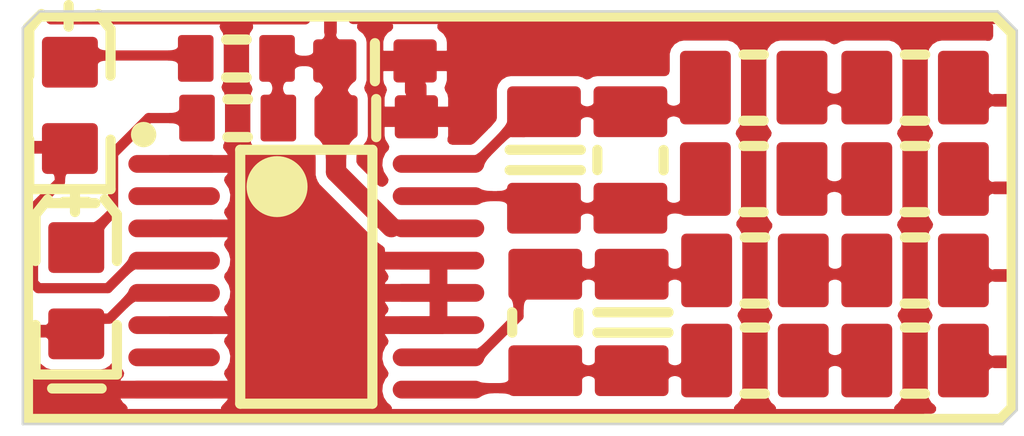
<source format=kicad_pcb>
(kicad_pcb (version 20210126) (generator pcbnew)
  (layers (0 "F.Cu" signal "Top Layer") (31 "B.Cu" signal "Bottom Layer") (34 "B.Paste" user "Bottom Paste") (35 "F.Paste" user "Top Paste") (36 "B.SilkS" user "Bottom Overlay") (37 "F.SilkS" user "Top Overlay") (38 "B.Mask" user "Bottom Solder") (39 "F.Mask" user "Top Solder") (44 "Edge.Cuts" user))
  (net 0 "")
  (net 1 "OUT_VR2")
  (net 2 "OUT_VR1")
  (net 3 "NetR710_1")
  (net 4 "NetR707_1")
  (net 5 "NetR705_1")
  (net 6 "NetR702_1")
  (net 7 "NetD701_1")
  (net 8 "NetD700_1")
  (net 9 "NetC703_2")
  (net 10 "NetC703_1")
  (net 11 "NetC700_2")
  (net 12 "NetC700_1")
  (net 13 "IN_VR2+")
  (net 14 "IN_VR2-")
  (net 15 "IN_VR1+")
  (net 16 "IN_VR1-")
  (net 17 "GND")
  (net 18 "V5")
  (footprint "General.pcblib:Res" (layer "F.Cu") (at 142.926096 101.866102 180)
    (fp_text reference "R700" hide)
    (fp_text value "10k" hide)
    (pad "1" smd roundrect (at -0.800001 0 180) (size 0.7 0.92) (layers "F.Cu" "F.Paste" "F.Mask") (roundrect_rratio 0.1) (net 18 "V5"))
    (pad "2" smd roundrect (at 0.800001 0 180) (size 0.7 0.92) (layers "F.Cu" "F.Paste" "F.Mask") (roundrect_rratio 0.1) (net 8 "NetD700_1"))
  )
  (footprint "General.pcblib:Res" (layer "F.Cu") (at 142.951095 103.0411 180)
    (fp_text reference "R701" hide)
    (fp_text value "10k" hide)
    (pad "1" smd roundrect (at -0.800001 0 180) (size 0.7 0.92) (layers "F.Cu" "F.Paste" "F.Mask") (roundrect_rratio 0.1) (net 18 "V5"))
    (pad "2" smd roundrect (at 0.800001 0 180) (size 0.7 0.92) (layers "F.Cu" "F.Paste" "F.Mask") (roundrect_rratio 0.1) (net 7 "NetD701_1"))
  )
  (footprint "General.pcblib:LED" (layer "F.Cu") (at 139.726098 106.391081 90)
    (fp_text reference "D701" hide)
    (fp_text value "0603-White" hide)
    (pad "1" smd roundrect (at 0.799998 0.050002 270) (size 1 1.1) (layers "F.Cu" "F.Paste" "F.Mask") (roundrect_rratio 0.1) (net 7 "NetD701_1"))
    (pad "2" smd roundrect (at -0.900001 0.050002 270) (size 1 1.1) (layers "F.Cu" "F.Paste" "F.Mask") (roundrect_rratio 0.1) (net 1 "OUT_VR2"))
  )
  (footprint "General.pcblib:Res" (layer "F.Cu") (at 153.101105 104.24108)
    (fp_text reference "R703" hide)
    (fp_text value "5.1k" hide)
    (pad "1" smd roundrect (at -0.95 0) (size 1 1.45) (layers "F.Cu" "F.Paste" "F.Mask") (roundrect_rratio 0.1) (net 12 "NetC700_1"))
    (pad "2" smd roundrect (at 0.950021 0) (size 1 1.45) (layers "F.Cu" "F.Paste" "F.Mask") (roundrect_rratio 0.1) (net 6 "NetR702_1"))
  )
  (footprint "General.pcblib:Cap" (layer "F.Cu") (at 145.651095 101.9161)
    (fp_text reference "C701" hide)
    (fp_text value "10u" hide)
    (pad "1" smd roundrect (at -0.790001 0) (size 0.85 0.85) (layers "F.Cu" "F.Paste" "F.Mask") (roundrect_rratio 0.1) (net 18 "V5"))
    (pad "2" smd roundrect (at 0.790001 0) (size 0.85 0.85) (layers "F.Cu" "F.Paste" "F.Mask") (roundrect_rratio 0.1) (net 17 "GND"))
  )
  (footprint "General.pcblib:Res" (layer "F.Cu") (at 153.101105 102.441076)
    (fp_text reference "R706" hide)
    (fp_text value "5.1k" hide)
    (pad "1" smd roundrect (at -0.95 0) (size 1 1.45) (layers "F.Cu" "F.Paste" "F.Mask") (roundrect_rratio 0.1) (net 11 "NetC700_2"))
    (pad "2" smd roundrect (at 0.950021 0) (size 1 1.45) (layers "F.Cu" "F.Paste" "F.Mask") (roundrect_rratio 0.1) (net 5 "NetR705_1"))
  )
  (footprint "General.pcblib:Res" (layer "F.Cu") (at 153.126104 107.816087)
    (fp_text reference "R708" hide)
    (fp_text value "5.1k" hide)
    (pad "1" smd roundrect (at -0.950001 0) (size 1 1.45) (layers "F.Cu" "F.Paste" "F.Mask") (roundrect_rratio 0.1) (net 10 "NetC703_1"))
    (pad "2" smd roundrect (at 0.950021 0) (size 1 1.45) (layers "F.Cu" "F.Paste" "F.Mask") (roundrect_rratio 0.1) (net 4 "NetR707_1"))
  )
  (footprint "General.pcblib:Res" (layer "F.Cu") (at 149.001106 107.066091 90)
    (fp_text reference "R709" hide)
    (fp_text value "5.1k" hide)
    (pad "1" smd roundrect (at -0.950001 0 90) (size 1 1.45) (layers "F.Cu" "F.Paste" "F.Mask") (roundrect_rratio 0.1) (net 10 "NetC703_1"))
    (pad "2" smd roundrect (at 0.950021 0 90) (size 1 1.45) (layers "F.Cu" "F.Paste" "F.Mask") (roundrect_rratio 0.1) (net 9 "NetC703_2"))
  )
  (footprint "General.pcblib:Res" (layer "F.Cu") (at 156.276105 104.24108)
    (fp_text reference "R702" hide)
    (fp_text value "5.1k" hide)
    (pad "1" smd roundrect (at -0.95 0) (size 1 1.45) (layers "F.Cu" "F.Paste" "F.Mask") (roundrect_rratio 0.1) (net 6 "NetR702_1"))
    (pad "2" smd roundrect (at 0.950021 0) (size 1 1.45) (layers "F.Cu" "F.Paste" "F.Mask") (roundrect_rratio 0.1) (net 15 "IN_VR1+"))
  )
  (footprint "General.pcblib:Cap" (layer "F.Cu") (at 145.676096 103.0161)
    (fp_text reference "C702" hide)
    (fp_text value "100n" hide)
    (pad "1" smd roundrect (at -0.790001 0) (size 0.85 0.85) (layers "F.Cu" "F.Paste" "F.Mask") (roundrect_rratio 0.1) (net 18 "V5"))
    (pad "2" smd roundrect (at 0.790001 0) (size 0.85 0.85) (layers "F.Cu" "F.Paste" "F.Mask") (roundrect_rratio 0.1) (net 17 "GND"))
  )
  (footprint "General.pcblib:Res" (layer "F.Cu") (at 156.276105 106.041084)
    (fp_text reference "R710" hide)
    (fp_text value "5.1k" hide)
    (pad "1" smd roundrect (at -0.95 0) (size 1 1.45) (layers "F.Cu" "F.Paste" "F.Mask") (roundrect_rratio 0.1) (net 3 "NetR710_1"))
    (pad "2" smd roundrect (at 0.950021 0) (size 1 1.45) (layers "F.Cu" "F.Paste" "F.Mask") (roundrect_rratio 0.1) (net 13 "IN_VR2+"))
  )
  (footprint "General.pcblib:Cap" (layer "F.Cu") (at 148.976105 103.86609 90)
    (fp_text reference "C700" hide)
    (fp_text value "1n" hide)
    (pad "1" smd roundrect (at -0.950001 0 90) (size 1 1.45) (layers "F.Cu" "F.Paste" "F.Mask") (roundrect_rratio 0.1) (net 12 "NetC700_1"))
    (pad "2" smd roundrect (at 0.950021 0 90) (size 1 1.45) (layers "F.Cu" "F.Paste" "F.Mask") (roundrect_rratio 0.1) (net 11 "NetC700_2"))
  )
  (footprint "General.pcblib:Cap" (layer "F.Cu") (at 150.701105 107.066091 90)
    (fp_text reference "C703" hide)
    (fp_text value "1n" hide)
    (pad "1" smd roundrect (at -0.950001 0 90) (size 1 1.45) (layers "F.Cu" "F.Paste" "F.Mask") (roundrect_rratio 0.1) (net 10 "NetC703_1"))
    (pad "2" smd roundrect (at 0.950021 0 90) (size 1 1.45) (layers "F.Cu" "F.Paste" "F.Mask") (roundrect_rratio 0.1) (net 9 "NetC703_2"))
  )
  (footprint "General.pcblib:LED" (layer "F.Cu") (at 139.601097 102.741081 90)
    (fp_text reference "D700" hide)
    (fp_text value "0603-White" hide)
    (pad "1" smd roundrect (at 0.799999 0.050003 270) (size 1 1.1) (layers "F.Cu" "F.Paste" "F.Mask") (roundrect_rratio 0.1) (net 8 "NetD700_1"))
    (pad "2" smd roundrect (at -0.900001 0.050003 270) (size 1 1.1) (layers "F.Cu" "F.Paste" "F.Mask") (roundrect_rratio 0.1) (net 2 "OUT_VR1"))
  )
  (footprint "General.pcblib:Res" (layer "F.Cu") (at 156.276105 102.441076)
    (fp_text reference "R705" hide)
    (fp_text value "5.1k" hide)
    (pad "1" smd roundrect (at -0.95 0) (size 1 1.45) (layers "F.Cu" "F.Paste" "F.Mask") (roundrect_rratio 0.1) (net 5 "NetR705_1"))
    (pad "2" smd roundrect (at 0.950021 0) (size 1 1.45) (layers "F.Cu" "F.Paste" "F.Mask") (roundrect_rratio 0.1) (net 16 "IN_VR1-"))
  )
  (footprint "General.pcblib:Res" (layer "F.Cu") (at 156.276105 107.816087)
    (fp_text reference "R707" hide)
    (fp_text value "5.1k" hide)
    (pad "1" smd roundrect (at -0.95 0) (size 1 1.45) (layers "F.Cu" "F.Paste" "F.Mask") (roundrect_rratio 0.1) (net 4 "NetR707_1"))
    (pad "2" smd roundrect (at 0.950021 0) (size 1 1.45) (layers "F.Cu" "F.Paste" "F.Mask") (roundrect_rratio 0.1) (net 14 "IN_VR2-"))
  )
  (footprint "IC.PcbLib:MAX9926" (layer "F.Cu") (at 144.301097 106.166098)
    (fp_text reference "U700" hide)
    (fp_text value "MAX9926" hide)
    (pad "1" smd oval (at -2.6 -2.2225 90) (size 0.35 1.8) (layers "F.Cu" "F.Paste" "F.Mask") (net 17 "GND"))
    (pad "2" smd oval (at -2.6 -1.5875 90) (size 0.35 1.8) (layers "F.Cu" "F.Paste" "F.Mask"))
    (pad "3" smd oval (at -2.6 -0.9525 90) (size 0.35 1.8) (layers "F.Cu" "F.Paste" "F.Mask") (net 17 "GND"))
    (pad "4" smd oval (at -2.6 -0.3175 90) (size 0.35 1.8) (layers "F.Cu" "F.Paste" "F.Mask") (net 2 "OUT_VR1"))
    (pad "5" smd oval (at -2.6 0.3175 90) (size 0.35 1.8) (layers "F.Cu" "F.Paste" "F.Mask") (net 1 "OUT_VR2"))
    (pad "6" smd oval (at -2.6 0.9525 90) (size 0.35 1.8) (layers "F.Cu" "F.Paste" "F.Mask") (net 17 "GND"))
    (pad "7" smd oval (at -2.6 1.5875 90) (size 0.35 1.8) (layers "F.Cu" "F.Paste" "F.Mask"))
    (pad "8" smd oval (at -2.6 2.2225 90) (size 0.35 1.8) (layers "F.Cu" "F.Paste" "F.Mask") (net 17 "GND"))
    (pad "9" smd oval (at 2.6 2.2225 90) (size 0.35 1.8) (layers "F.Cu" "F.Paste" "F.Mask") (net 10 "NetC703_1"))
    (pad "10" smd oval (at 2.6 1.5875 90) (size 0.35 1.8) (layers "F.Cu" "F.Paste" "F.Mask") (net 9 "NetC703_2"))
    (pad "11" smd oval (at 2.6 0.9525 90) (size 0.35 1.8) (layers "F.Cu" "F.Paste" "F.Mask") (net 17 "GND"))
    (pad "12" smd oval (at 2.6 0.3175 90) (size 0.35 1.8) (layers "F.Cu" "F.Paste" "F.Mask") (net 17 "GND"))
    (pad "13" smd oval (at 2.6 -0.3175 90) (size 0.35 1.8) (layers "F.Cu" "F.Paste" "F.Mask") (net 17 "GND"))
    (pad "14" smd oval (at 2.6 -0.9525 90) (size 0.35 1.8) (layers "F.Cu" "F.Paste" "F.Mask") (net 18 "V5"))
    (pad "15" smd oval (at 2.6 -1.5875 90) (size 0.35 1.8) (layers "F.Cu" "F.Paste" "F.Mask") (net 12 "NetC700_1"))
    (pad "16" smd oval (at 2.6 -2.2225 90) (size 0.35 1.8) (layers "F.Cu" "F.Paste" "F.Mask") (net 11 "NetC700_2"))
  )
  (footprint "Mod.PcbLib:Mod-Hellen-VR" (layer "F.Cu") (at 138.5261 109.0661)
    (fp_text reference "M700" hide)
    (fp_text value "Module:vr/0.1" hide)
    (pad "E1" smd oval (at 19.449997 -6.375) (size 0.5 0.25) (layers "F.Cu" "F.Paste" "F.Mask") (net 16 "IN_VR1-"))
    (pad "E2" smd oval (at 19.449997 -4.649998) (size 0.5 0.25) (layers "F.Cu" "F.Paste" "F.Mask") (net 15 "IN_VR1+"))
    (pad "E3" smd oval (at 19.449997 -2.924998) (size 0.5 0.25) (layers "F.Cu" "F.Paste" "F.Mask") (net 13 "IN_VR2+"))
    (pad "E4" smd oval (at 19.449997 -1.225) (size 0.5 0.25) (layers "F.Cu" "F.Paste" "F.Mask") (net 14 "IN_VR2-"))
    (pad "G" smd oval (at 0.417772 -0.664012 90) (size 1 0.2) (layers "F.Cu" "F.Paste") (net 17 "GND"))
    (pad "G" smd oval (at 13 -7.975 180) (size 12.8 0.2) (layers "F.Cu" "F.Paste") (net 17 "GND"))
    (pad "G" smd oval (at 9.12718 -0.196649 180) (size 17.6 0.2) (layers "F.Cu" "F.Paste") (net 17 "GND"))
    (pad "G" smd oval (at 3.254578 -7.968506 180) (size 5.2 0.2) (layers "F.Cu" "F.Paste") (net 17 "GND"))
    (pad "N1" smd oval (at 6.249998 -7.85 270) (size 0.5 0.25) (layers "F.Cu" "F.Paste" "F.Mask") (net 18 "V5"))
    (pad "W1" smd oval (at 0.494124 -1.828602 180) (size 0.5 0.25) (layers "F.Cu" "F.Paste" "F.Mask") (net 1 "OUT_VR2"))
    (pad "W2" smd oval (at 0.499996 -5.45 180) (size 0.5 0.25) (layers "F.Cu" "F.Paste" "F.Mask") (net 2 "OUT_VR1"))
  )
  (footprint "General.pcblib:Res" (layer "F.Cu") (at 153.126104 106.041084)
    (fp_text reference "R711" hide)
    (fp_text value "5.1k" hide)
    (pad "1" smd roundrect (at -0.950001 0) (size 1 1.45) (layers "F.Cu" "F.Paste" "F.Mask") (roundrect_rratio 0.1) (net 9 "NetC703_2"))
    (pad "2" smd roundrect (at 0.950021 0) (size 1 1.45) (layers "F.Cu" "F.Paste" "F.Mask") (roundrect_rratio 0.1) (net 3 "NetR710_1"))
  )
  (footprint "General.pcblib:Res" (layer "F.Cu") (at 150.676104 103.86609 90)
    (fp_text reference "R704" hide)
    (fp_text value "5.1k" hide)
    (pad "1" smd roundrect (at -0.950001 0 90) (size 1 1.45) (layers "F.Cu" "F.Paste" "F.Mask") (roundrect_rratio 0.1) (net 12 "NetC700_1"))
    (pad "2" smd roundrect (at 0.950021 0 90) (size 1 1.45) (layers "F.Cu" "F.Paste" "F.Mask") (roundrect_rratio 0.1) (net 11 "NetC700_2"))
  )
  (gr_poly (pts (xy 140.466373 105.067233) (xy 140.425357 105.109633) (xy 140.361039 105.185021) (xy 140.337735 105.21801) (xy 140.320336 105.247863) (xy 140.308842 105.274578) (xy 140.303252 105.298157) (xy 140.303564 105.318599) (xy 140.309782 105.335907) (xy 140.321903 105.350075) (xy 140.01711 105.09528) (xy 140.033504 105.105176) (xy 140.052541 105.109664) (xy 140.07422 105.108739) (xy 140.09854 105.102407) (xy 140.125505 105.090665) (xy 140.155109 105.073515) (xy 140.187357 105.050952) (xy 140.222246 105.022981) (xy 140.299952 104.95081)) (layer "F.Cu") (width 0) (fill solid))
  (gr_poly (pts (xy 154.627254 107.716087) (xy 154.665834 107.715087) (xy 154.70035 107.712087) (xy 154.730807 107.707088) (xy 154.757205 107.700088) (xy 154.77954 107.691086) (xy 154.797815 107.680088) (xy 154.812026 107.667088) (xy 154.822179 107.652087) (xy 154.828272 107.635087) (xy 154.830302 107.616088) (xy 154.830302 108.016087) (xy 154.828272 107.997088) (xy 154.822179 107.980087) (xy 154.812026 107.965086) (xy 154.797815 107.952086) (xy 154.77954 107.941088) (xy 154.757205 107.932087) (xy 154.730807 107.925086) (xy 154.70035 107.920088) (xy 154.665834 107.917088) (xy 154.627254 107.916087)) (layer "F.Cu") (width 0) (fill solid))
  (gr_poly (pts (xy 141.602832 102.9411) (xy 141.641413 102.9401) (xy 141.675929 102.9371) (xy 141.706386 102.932102) (xy 141.732784 102.9251) (xy 141.755118 102.9161) (xy 141.773393 102.9051) (xy 141.787605 102.892102) (xy 141.797757 102.8771) (xy 141.803851 102.8601) (xy 141.80588 102.8411) (xy 141.80588 103.2411) (xy 141.803851 103.2221) (xy 141.797757 103.2051) (xy 141.787605 103.1901) (xy 141.773393 103.1771) (xy 141.755118 103.166102) (xy 141.732784 103.1571) (xy 141.706386 103.1501) (xy 141.675929 103.1451) (xy 141.641413 103.1421) (xy 141.602832 103.1411)) (layer "F.Cu") (width 0) (fill solid))
  (gr_poly (pts (xy 154.627254 102.566088) (xy 154.665834 102.565087) (xy 154.70035 102.562087) (xy 154.730807 102.557088) (xy 154.757205 102.550088) (xy 154.77954 102.541089) (xy 154.797815 102.530088) (xy 154.812026 102.517088) (xy 154.822179 102.502087) (xy 154.828272 102.485087) (xy 154.830302 102.466088) (xy 154.830302 102.866087) (xy 154.828272 102.847088) (xy 154.822179 102.830088) (xy 154.812026 102.815086) (xy 154.797815 102.802087) (xy 154.77954 102.791086) (xy 154.757205 102.782087) (xy 154.730807 102.775086) (xy 154.70035 102.770088) (xy 154.665834 102.767088) (xy 154.627254 102.766087)) (layer "F.Cu") (width 0) (fill solid))
  (gr_poly (pts (xy 141.577834 101.708589) (xy 141.616414 101.707588) (xy 141.65093 101.704588) (xy 141.681387 101.699589) (xy 141.707785 101.692589) (xy 141.73012 101.68359) (xy 141.748395 101.672589) (xy 141.762606 101.65959) (xy 141.772758 101.644588) (xy 141.778852 101.627588) (xy 141.780881 101.608589) (xy 141.780881 102.008588) (xy 141.778852 101.989589) (xy 141.772758 101.972589) (xy 141.762606 101.957587) (xy 141.748395 101.944588) (xy 141.73012 101.933587) (xy 141.707785 101.924588) (xy 141.681387 101.917587) (xy 141.65093 101.912589) (xy 141.616414 101.909589) (xy 141.577834 101.908588)) (layer "F.Cu") (width 0) (fill solid))
  (gr_poly (pts (xy 147.966081 104.678598) (xy 147.930928 104.679218) (xy 147.865863 104.684176) (xy 147.835952 104.688514) (xy 147.781372 104.700909) (xy 147.756706 104.708966) (xy 147.733785 104.71826) (xy 147.712612 104.728796) (xy 147.693189 104.740571) (xy 147.693189 104.416625) (xy 147.712612 104.4284) (xy 147.733785 104.438936) (xy 147.756706 104.44823) (xy 147.781372 104.456287) (xy 147.807788 104.463104) (xy 147.835952 104.468682) (xy 147.897521 104.476119) (xy 147.930928 104.477979) (xy 147.966081 104.478598)) (layer "F.Cu") (width 0) (fill solid))
  (gr_poly (pts (xy 154.749977 104.491088) (xy 154.711397 104.492088) (xy 154.676881 104.495088) (xy 154.646423 104.500087) (xy 154.620025 104.507087) (xy 154.597691 104.516086) (xy 154.579416 104.527087) (xy 154.565204 104.540087) (xy 154.555052 104.555088) (xy 154.548958 104.572088) (xy 154.546929 104.591087) (xy 154.546929 104.191088) (xy 154.548958 104.210087) (xy 154.555052 104.227088) (xy 154.565204 104.242089) (xy 154.579416 104.255089) (xy 154.597691 104.266089) (xy 154.620025 104.275088) (xy 154.646423 104.282089) (xy 154.676881 104.287087) (xy 154.711397 104.290087) (xy 154.749977 104.291088)) (layer "F.Cu") (width 0) (fill solid))
  (gr_poly (pts (xy 147.942129 107.61574) (xy 147.915131 107.643245) (xy 147.832904 107.737688) (xy 147.818784 107.757403) (xy 147.807242 107.775562) (xy 147.798276 107.792163) (xy 147.791885 107.807205) (xy 147.78807 107.82069) (xy 147.555325 107.581328) (xy 147.570316 107.592628) (xy 147.588 107.598468) (xy 147.608375 107.598846) (xy 147.631449 107.593764) (xy 147.657212 107.58322) (xy 147.685673 107.567213) (xy 147.716826 107.545747) (xy 147.750671 107.518818) (xy 147.787212 107.486431) (xy 147.826445 107.44858)) (layer "F.Cu") (width 0) (fill solid))
  (gr_poly (pts (xy 144.676098 101.610949) (xy 144.675948 101.572727) (xy 144.664048 101.394916) (xy 144.661221 101.388686) (xy 144.890974 101.388686) (xy 144.888147 101.394916) (xy 144.885617 101.404701) (xy 144.883387 101.418041) (xy 144.879816 101.455384) (xy 144.876692 101.538058) (xy 144.876097 101.610949)) (layer "F.Cu") (width 0) (fill solid))
  (gr_poly (pts (xy 149.899956 104.916091) (xy 149.861376 104.917091) (xy 149.82686 104.920091) (xy 149.796403 104.92509) (xy 149.770004 104.93209) (xy 149.74767 104.941089) (xy 149.729395 104.95209) (xy 149.715184 104.96509) (xy 149.705031 104.980091) (xy 149.698938 104.997091) (xy 149.696908 105.01609) (xy 149.696908 104.616091) (xy 149.698938 104.63509) (xy 149.705031 104.652091) (xy 149.715184 104.667092) (xy 149.729395 104.680091) (xy 149.74767 104.691092) (xy 149.770004 104.700091) (xy 149.796403 104.707092) (xy 149.82686 104.71209) (xy 149.861376 104.71509) (xy 149.899956 104.716091)) (layer "F.Cu") (width 0) (fill solid))
  (gr_poly (pts (xy 144.876097 101.292542) (xy 144.877098 101.331122) (xy 144.880098 101.365638) (xy 144.885097 101.396095) (xy 144.892097 101.422493) (xy 144.9011 101.444827) (xy 144.912097 101.463103) (xy 144.925097 101.477314) (xy 144.940098 101.487466) (xy 144.957098 101.49356) (xy 144.976097 101.495589) (xy 144.576098 101.495589) (xy 144.595097 101.49356) (xy 144.612097 101.487466) (xy 144.6271 101.477314) (xy 144.640098 101.463103) (xy 144.651097 101.444827) (xy 144.660098 101.422493) (xy 144.6671 101.396095) (xy 144.672097 101.365638) (xy 144.675097 101.331122) (xy 144.676098 101.292542)) (layer "F.Cu") (width 0) (fill solid))
  (gr_poly (pts (xy 140.661021 106.616664) (xy 140.688008 106.589206) (xy 140.770007 106.495912) (xy 140.78402 106.476725) (xy 140.795438 106.459189) (xy 140.804262 106.443309) (xy 140.81049 106.42908) (xy 140.814124 106.416507) (xy 141.043029 106.655869) (xy 141.02815 106.644459) (xy 141.010565 106.638518) (xy 140.990276 106.63805) (xy 140.967284 106.643054) (xy 140.941587 106.653529) (xy 140.913187 106.669478) (xy 140.882082 106.690895) (xy 140.848275 106.717786) (xy 140.811762 106.750146) (xy 140.772547 106.787979)) (layer "F.Cu") (width 0) (fill solid))
  (gr_poly (pts (xy 154.627254 104.291088) (xy 154.665834 104.290087) (xy 154.70035 104.287087) (xy 154.730807 104.282089) (xy 154.757205 104.275088) (xy 154.77954 104.266089) (xy 154.797815 104.255089) (xy 154.812026 104.242089) (xy 154.822179 104.227088) (xy 154.828272 104.210087) (xy 154.830302 104.191088) (xy 154.830302 104.591087) (xy 154.828272 104.572088) (xy 154.822179 104.555088) (xy 154.812026 104.540087) (xy 154.797815 104.527087) (xy 154.77954 104.516086) (xy 154.757205 104.507087) (xy 154.730807 104.500087) (xy 154.70035 104.495088) (xy 154.665834 104.492088) (xy 154.627254 104.491088)) (layer "F.Cu") (width 0) (fill solid))
  (gr_poly (pts (xy 148.376106 106.814921) (xy 148.375407 106.779828) (xy 148.369814 106.717771) (xy 148.364922 106.690811) (xy 148.358631 106.666559) (xy 148.350942 106.64502) (xy 148.341856 106.626191) (xy 148.331371 106.610072) (xy 148.319489 106.596664) (xy 148.306207 106.585968) (xy 148.676105 106.611873) (xy 148.657106 106.612643) (xy 148.640106 106.617753) (xy 148.625104 106.627207) (xy 148.612105 106.640999) (xy 148.601107 106.659132) (xy 148.592105 106.681609) (xy 148.585105 106.708426) (xy 148.580106 106.739582) (xy 148.577106 106.775081) (xy 148.576105 106.814921)) (layer "F.Cu") (width 0) (fill solid))
  (gr_poly (pts (xy 144.686095 103.839656) (xy 144.684104 103.782948) (xy 144.678132 103.72941) (xy 144.668178 103.679042) (xy 144.654241 103.631841) (xy 144.636324 103.58781) (xy 144.614424 103.546947) (xy 144.588544 103.509253) (xy 144.558681 103.474727) (xy 144.524836 103.443371) (xy 144.48701 103.415184) (xy 145.28518 103.415184) (xy 145.247354 103.443371) (xy 145.213509 103.474727) (xy 145.183646 103.509253) (xy 145.157766 103.546947) (xy 145.135866 103.58781) (xy 145.117949 103.631841) (xy 145.104012 103.679042) (xy 145.094057 103.72941) (xy 145.088086 103.782948) (xy 145.086095 103.839656)) (layer "F.Cu") (width 0) (fill solid))
  (gr_poly (pts (xy 147.985258 108.459899) (xy 147.954191 108.460805) (xy 147.923539 108.463526) (xy 147.8933 108.46806) (xy 147.863473 108.474407) (xy 147.83406 108.482565) (xy 147.805058 108.49254) (xy 147.776473 108.504328) (xy 147.748296 108.51793) (xy 147.720537 108.533343) (xy 147.693189 108.550571) (xy 147.693189 108.226625) (xy 147.704652 108.232947) (xy 147.719117 108.238604) (xy 147.736587 108.243595) (xy 147.757059 108.24792) (xy 147.780539 108.25158) (xy 147.836506 108.256904) (xy 147.904491 108.259566) (xy 147.942987 108.259899)) (layer "F.Cu") (width 0) (fill solid))
  (gr_poly (pts (xy 143.638597 102.524363) (xy 143.637596 102.485783) (xy 143.634596 102.451267) (xy 143.629598 102.42081) (xy 143.622597 102.394412) (xy 143.613598 102.372077) (xy 143.602597 102.353802) (xy 143.589598 102.339591) (xy 143.574596 102.329438) (xy 143.557596 102.323345) (xy 143.538597 102.321315) (xy 143.938596 102.321315) (xy 143.919597 102.323345) (xy 143.902597 102.329438) (xy 143.887596 102.339591) (xy 143.874596 102.353802) (xy 143.863595 102.372077) (xy 143.854596 102.394412) (xy 143.847596 102.42081) (xy 143.842597 102.451267) (xy 143.839597 102.485783) (xy 143.838596 102.524363)) (layer "F.Cu") (width 0) (fill solid))
  (gr_poly (pts (xy 157.924977 104.5161) (xy 157.886397 104.517102) (xy 157.851881 104.520102) (xy 157.821423 104.5251) (xy 157.795025 104.5321) (xy 157.772691 104.5411) (xy 157.754416 104.5521) (xy 157.740204 104.5651) (xy 157.730052 104.580102) (xy 157.723958 104.597102) (xy 157.721929 104.6161) (xy 157.721929 104.216102) (xy 157.723958 104.2351) (xy 157.730052 104.2521) (xy 157.740204 104.267103) (xy 157.754416 104.280102) (xy 157.772691 104.291103) (xy 157.795025 104.300102) (xy 157.821423 104.307103) (xy 157.851881 104.3121) (xy 157.886397 104.3151) (xy 157.924977 104.316102)) (layer "F.Cu") (width 0) (fill solid))
  (gr_poly (pts (xy 149.924957 108.116092) (xy 149.886377 108.117092) (xy 149.851861 108.120092) (xy 149.821404 108.125091) (xy 149.795006 108.132091) (xy 149.772671 108.141093) (xy 149.754396 108.152091) (xy 149.740185 108.165091) (xy 149.730032 108.180092) (xy 149.723939 108.197092) (xy 149.721909 108.216092) (xy 149.721909 107.816092) (xy 149.723939 107.835092) (xy 149.730032 107.852092) (xy 149.740185 107.867093) (xy 149.754396 107.880093) (xy 149.772671 107.891091) (xy 149.795006 107.900093) (xy 149.821404 107.907093) (xy 149.851861 107.912092) (xy 149.886377 107.915091) (xy 149.924957 107.916092)) (layer "F.Cu") (width 0) (fill solid))
  (gr_poly (pts (xy 139.415072 107.337498) (xy 139.37685 107.337648) (xy 139.19904 107.349548) (xy 139.192809 107.352375) (xy 139.192809 107.122622) (xy 139.19904 107.125449) (xy 139.208824 107.127978) (xy 139.222164 107.130209) (xy 139.259507 107.13378) (xy 139.342182 107.136904) (xy 139.415072 107.137498)) (layer "F.Cu") (width 0) (fill solid))
  (gr_poly (pts (xy 154.774975 106.216088) (xy 154.736395 106.217089) (xy 154.701879 106.220088) (xy 154.671422 106.225087) (xy 154.645024 106.232087) (xy 154.62269 106.241087) (xy 154.604414 106.252087) (xy 154.590203 106.265087) (xy 154.580051 106.280088) (xy 154.573957 106.297089) (xy 154.571928 106.316088) (xy 154.571928 105.916089) (xy 154.573957 105.935088) (xy 154.580051 105.952088) (xy 154.590203 105.967089) (xy 154.604414 105.980089) (xy 154.62269 105.99109) (xy 154.645024 106.000089) (xy 154.671422 106.007089) (xy 154.701879 106.012088) (xy 154.736395 106.015088) (xy 154.774975 106.016088)) (layer "F.Cu") (width 0) (fill solid))
  (gr_poly (pts (xy 157.581249 102.591102) (xy 157.619471 102.590952) (xy 157.797281 102.579052) (xy 157.803511 102.576225) (xy 157.803511 102.805978) (xy 157.797281 102.803151) (xy 157.787497 102.800621) (xy 157.774157 102.798391) (xy 157.736813 102.79482) (xy 157.654139 102.791695) (xy 157.581249 102.7911)) (layer "F.Cu") (width 0) (fill solid))
  (gr_poly (pts (xy 157.924977 107.9411) (xy 157.886397 107.942102) (xy 157.851881 107.9451) (xy 157.821423 107.9501) (xy 157.795025 107.9571) (xy 157.772691 107.966102) (xy 157.754416 107.9771) (xy 157.740204 107.9901) (xy 157.730052 108.0051) (xy 157.723958 108.022102) (xy 157.721929 108.0411) (xy 157.721929 107.641102) (xy 157.723958 107.6601) (xy 157.730052 107.6771) (xy 157.740204 107.692102) (xy 157.754416 107.705102) (xy 157.772691 107.7161) (xy 157.795025 107.725102) (xy 157.821423 107.732102) (xy 157.851881 107.7371) (xy 157.886397 107.7401) (xy 157.924977 107.7411)) (layer "F.Cu") (width 0) (fill solid))
  (gr_poly (pts (xy 154.627254 106.016088) (xy 154.665834 106.015088) (xy 154.70035 106.012088) (xy 154.730807 106.007089) (xy 154.757205 106.000089) (xy 154.77954 105.99109) (xy 154.797815 105.980089) (xy 154.812026 105.967089) (xy 154.822179 105.952088) (xy 154.828272 105.935088) (xy 154.830302 105.916089) (xy 154.830302 106.316088) (xy 154.828272 106.297089) (xy 154.822179 106.280088) (xy 154.812026 106.265087) (xy 154.797815 106.252087) (xy 154.77954 106.241087) (xy 154.757205 106.232087) (xy 154.730807 106.225087) (xy 154.70035 106.220088) (xy 154.665834 106.217089) (xy 154.627254 106.216088)) (layer "F.Cu") (width 0) (fill solid))
  (gr_poly (pts (xy 151.624956 108.116092) (xy 151.586376 108.117092) (xy 151.55186 108.120092) (xy 151.521403 108.125091) (xy 151.495005 108.132091) (xy 151.472671 108.141093) (xy 151.454395 108.152091) (xy 151.440184 108.165091) (xy 151.430032 108.180092) (xy 151.423938 108.197092) (xy 151.421909 108.216092) (xy 151.421909 107.816092) (xy 151.423938 107.835092) (xy 151.430032 107.852092) (xy 151.440184 107.867093) (xy 151.454395 107.880093) (xy 151.472671 107.891091) (xy 151.495005 107.900093) (xy 151.521403 107.907093) (xy 151.55186 107.912092) (xy 151.586376 107.915091) (xy 151.624956 107.916092)) (layer "F.Cu") (width 0) (fill solid))
  (gr_poly (pts (xy 148.077254 108.259899) (xy 148.118837 108.258898) (xy 148.15569 108.255898) (xy 148.187816 108.2509) (xy 148.215212 108.243899) (xy 148.237881 108.2349) (xy 148.255821 108.223899) (xy 148.269035 108.2109) (xy 148.277518 108.195899) (xy 148.281275 108.178898) (xy 148.280302 108.159899) (xy 148.338277 108.507419) (xy 148.322982 108.49839) (xy 148.305539 108.490312) (xy 148.285953 108.483183) (xy 148.264221 108.477005) (xy 148.240343 108.471778) (xy 148.21432 108.467501) (xy 148.155837 108.461798) (xy 148.123378 108.460373) (xy 148.088773 108.459899)) (layer "F.Cu") (width 0) (fill solid))
  (gr_poly (pts (xy 157.581249 104.316102) (xy 157.619471 104.315952) (xy 157.797281 104.304052) (xy 157.803511 104.301225) (xy 157.803511 104.530978) (xy 157.797281 104.528151) (xy 157.787497 104.525621) (xy 157.774157 104.523391) (xy 157.736813 104.51982) (xy 157.654139 104.516696) (xy 157.581249 104.5161)) (layer "F.Cu") (width 0) (fill solid))
  (gr_poly (pts (xy 149.752252 104.716091) (xy 149.790832 104.71509) (xy 149.825348 104.71209) (xy 149.855806 104.707092) (xy 149.882204 104.700091) (xy 149.904538 104.691092) (xy 149.922813 104.680091) (xy 149.937025 104.667092) (xy 149.947177 104.652091) (xy 149.95327 104.63509) (xy 149.9553 104.616091) (xy 149.9553 105.01609) (xy 149.95327 104.997091) (xy 149.947177 104.980091) (xy 149.937025 104.96509) (xy 149.922813 104.95209) (xy 149.904538 104.941089) (xy 149.882204 104.93209) (xy 149.855806 104.92509) (xy 149.825348 104.920091) (xy 149.790832 104.917091) (xy 149.752252 104.916091)) (layer "F.Cu") (width 0) (fill solid))
  (gr_poly (pts (xy 148.040348 103.387925) (xy 148.089304 103.337585) (xy 148.199558 103.206577) (xy 148.224104 103.169576) (xy 148.242547 103.135911) (xy 148.254889 103.105581) (xy 148.26113 103.078586) (xy 148.261267 103.054926) (xy 148.255301 103.034601) (xy 148.437617 103.411872) (xy 148.426786 103.396411) (xy 148.412331 103.387343) (xy 148.394249 103.384671) (xy 148.37254 103.388392) (xy 148.347203 103.398507) (xy 148.318242 103.415014) (xy 148.285651 103.437917) (xy 148.249436 103.467214) (xy 148.166126 103.544991)) (layer "F.Cu") (width 0) (fill solid))
  (gr_poly (pts (xy 151.452254 102.803578) (xy 151.491167 102.802577) (xy 151.525944 102.799577) (xy 151.556587 102.794578) (xy 151.583094 102.787578) (xy 151.605467 102.778579) (xy 151.623704 102.767578) (xy 151.637806 102.754578) (xy 151.647773 102.739577) (xy 151.653605 102.722577) (xy 151.655302 102.703578) (xy 151.662701 103.102983) (xy 151.660265 103.084095) (xy 151.653694 103.067197) (xy 151.642988 103.052287) (xy 151.628146 103.039363) (xy 151.609168 103.028429) (xy 151.586056 103.019483) (xy 151.55881 103.012523) (xy 151.527425 103.007552) (xy 151.491908 103.00457) (xy 151.452254 103.003577)) (layer "F.Cu") (width 0) (fill solid))
  (gr_poly (pts (xy 151.452254 104.716091) (xy 151.49389 104.71509) (xy 151.530786 104.71209) (xy 151.562942 104.707092) (xy 151.590359 104.700091) (xy 151.613033 104.691092) (xy 151.630968 104.680091) (xy 151.644161 104.667092) (xy 151.652614 104.652091) (xy 151.656328 104.63509) (xy 151.655302 104.616091) (xy 151.713277 104.957409) (xy 151.699693 104.949558) (xy 151.683676 104.942534) (xy 151.665225 104.936337) (xy 151.644339 104.930965) (xy 151.621022 104.926421) (xy 151.567082 104.919809) (xy 151.53646 104.917744) (xy 151.467918 104.916091)) (layer "F.Cu") (width 0) (fill solid))
  (gr_poly (pts (xy 139.02725 107.137498) (xy 139.06583 107.136498) (xy 139.100346 107.133498) (xy 139.130803 107.128499) (xy 139.157201 107.121499) (xy 139.179535 107.1125) (xy 139.197811 107.101499) (xy 139.212022 107.088499) (xy 139.222174 107.073498) (xy 139.228268 107.056498) (xy 139.230297 107.037499) (xy 139.230297 107.437498) (xy 139.228268 107.418499) (xy 139.222174 107.401498) (xy 139.212022 107.386497) (xy 139.197811 107.373497) (xy 139.179535 107.362497) (xy 139.157201 107.353497) (xy 139.130803 107.346497) (xy 139.100346 107.341498) (xy 139.06583 107.338499) (xy 139.02725 107.337498)) (layer "F.Cu") (width 0) (fill solid))
  (gr_poly (pts (xy 151.599955 104.916091) (xy 151.561375 104.917091) (xy 151.526859 104.920091) (xy 151.496402 104.92509) (xy 151.470004 104.93209) (xy 151.447669 104.941089) (xy 151.429394 104.95209) (xy 151.415183 104.96509) (xy 151.40503 104.980091) (xy 151.398937 104.997091) (xy 151.396907 105.01609) (xy 151.396907 104.616091) (xy 151.398937 104.63509) (xy 151.40503 104.652091) (xy 151.415183 104.667092) (xy 151.429394 104.680091) (xy 151.447669 104.691092) (xy 151.470004 104.700091) (xy 151.496402 104.707092) (xy 151.526859 104.71209) (xy 151.561375 104.71509) (xy 151.599955 104.716091)) (layer "F.Cu") (width 0) (fill solid))
  (gr_poly (pts (xy 139.420945 103.7161) (xy 139.382723 103.71625) (xy 139.204912 103.72815) (xy 139.198682 103.730977) (xy 139.198682 103.501224) (xy 139.204912 103.504051) (xy 139.214697 103.506581) (xy 139.228037 103.508811) (xy 139.26538 103.512382) (xy 139.348054 103.515507) (xy 139.420945 103.5161)) (layer "F.Cu") (width 0) (fill solid))
  (gr_poly (pts (xy 157.581249 107.7411) (xy 157.619471 107.740952) (xy 157.797281 107.729052) (xy 157.803511 107.726225) (xy 157.803511 107.955978) (xy 157.797281 107.953151) (xy 157.787497 107.950621) (xy 157.774157 107.948391) (xy 157.736813 107.94482) (xy 157.654139 107.941695) (xy 157.581249 107.9411)) (layer "F.Cu") (width 0) (fill solid))
  (gr_poly (pts (xy 140.399949 101.908588) (xy 140.361369 101.909589) (xy 140.326853 101.912589) (xy 140.296396 101.917587) (xy 140.269998 101.924588) (xy 140.247664 101.933587) (xy 140.229388 101.944588) (xy 140.215177 101.957587) (xy 140.205025 101.972589) (xy 140.198931 101.989589) (xy 140.196902 102.008588) (xy 140.196902 101.608589) (xy 140.198931 101.627588) (xy 140.205025 101.644588) (xy 140.215177 101.65959) (xy 140.229388 101.672589) (xy 140.247664 101.68359) (xy 140.269998 101.692589) (xy 140.296396 101.699589) (xy 140.326853 101.704588) (xy 140.361369 101.707588) (xy 140.399949 101.708589)) (layer "F.Cu") (width 0) (fill solid))
  (gr_poly (pts (xy 148.052253 104.478598) (xy 148.091908 104.477605) (xy 148.127424 104.474623) (xy 148.158806 104.469652) (xy 148.186055 104.462693) (xy 148.209167 104.453747) (xy 148.228143 104.442812) (xy 148.242984 104.429889) (xy 148.253693 104.414979) (xy 148.260264 104.39808) (xy 148.2627 104.379193) (xy 148.255301 104.778598) (xy 148.253604 104.759599) (xy 148.247772 104.742598) (xy 148.237805 104.727597) (xy 148.223703 104.714597) (xy 148.205466 104.703599) (xy 148.183094 104.694597) (xy 148.156586 104.687597) (xy 148.125944 104.682598) (xy 148.091166 104.679599) (xy 148.052253 104.678598)) (layer "F.Cu") (width 0) (fill solid))
  (gr_poly (pts (xy 139.355847 104.29564) (xy 139.355291 104.265477) (xy 139.350833 104.214675) (xy 139.346934 104.194037) (xy 139.34192 104.176575) (xy 139.335791 104.162285) (xy 139.32855 104.151172) (xy 139.320195 104.143235) (xy 139.310724 104.138472) (xy 139.30014 104.136885) (xy 139.611554 104.136885) (xy 139.60097 104.138472) (xy 139.591498 104.143235) (xy 139.583144 104.151172) (xy 139.575902 104.162285) (xy 139.569773 104.176575) (xy 139.564759 104.194037) (xy 139.56086 104.214675) (xy 139.558074 104.238487) (xy 139.556403 104.265477) (xy 139.555846 104.29564)) (layer "F.Cu") (width 0) (fill solid))
  (gr_poly (pts (xy 151.477253 106.016071) (xy 151.515833 106.01507) (xy 151.550349 106.01207) (xy 151.580806 106.007071) (xy 151.607204 106.000071) (xy 151.629538 105.991069) (xy 151.647814 105.980071) (xy 151.662025 105.967071) (xy 151.672177 105.95207) (xy 151.678271 105.93507) (xy 151.6803 105.916071) (xy 151.6803 106.31607) (xy 151.678271 106.297071) (xy 151.672177 106.280071) (xy 151.662025 106.265069) (xy 151.647814 106.25207) (xy 151.629538 106.241071) (xy 151.607204 106.23207) (xy 151.580806 106.225069) (xy 151.550349 106.220071) (xy 151.515833 106.217071) (xy 151.477253 106.21607)) (layer "F.Cu") (width 0) (fill solid))
  (gr_poly (pts (xy 157.924977 106.241102) (xy 157.886397 106.242103) (xy 157.851881 106.245102) (xy 157.821423 106.2501) (xy 157.795025 106.2571) (xy 157.772691 106.2661) (xy 157.754416 106.2771) (xy 157.740204 106.2901) (xy 157.730052 106.305102) (xy 157.723958 106.322102) (xy 157.721929 106.341102) (xy 157.721929 105.941102) (xy 157.723958 105.960102) (xy 157.730052 105.977102) (xy 157.740204 105.992103) (xy 157.754416 106.005103) (xy 157.772691 106.016104) (xy 157.795025 106.025103) (xy 157.821423 106.032103) (xy 157.851881 106.037102) (xy 157.886397 106.0401) (xy 157.924977 106.041102)) (layer "F.Cu") (width 0) (fill solid))
  (gr_poly (pts (xy 147.937211 103.773903) (xy 147.912792 103.799199) (xy 147.87029 103.848714) (xy 147.852208 103.872933) (xy 147.822378 103.920289) (xy 147.810633 103.943428) (xy 147.800999 103.966209) (xy 147.793478 103.98863) (xy 147.78807 104.01069) (xy 147.518574 103.771328) (xy 147.534538 103.781655) (xy 147.553113 103.786603) (xy 147.574301 103.786169) (xy 147.598104 103.780355) (xy 147.62452 103.769161) (xy 147.653549 103.752585) (xy 147.68519 103.730632) (xy 147.719445 103.703296) (xy 147.795792 103.632484)) (layer "F.Cu") (width 0) (fill solid))
  (gr_poly (pts (xy 149.777254 107.916092) (xy 149.815834 107.915091) (xy 149.85035 107.912092) (xy 149.880807 107.907093) (xy 149.907205 107.900093) (xy 149.929539 107.891091) (xy 149.947815 107.880093) (xy 149.962026 107.867093) (xy 149.972178 107.852092) (xy 149.978272 107.835092) (xy 149.980301 107.816092) (xy 149.980301 108.216092) (xy 149.978272 108.197092) (xy 149.972178 108.180092) (xy 149.962026 108.165091) (xy 149.947815 108.152091) (xy 149.929539 108.141093) (xy 149.907205 108.132091) (xy 149.880807 108.125091) (xy 149.85035 108.120092) (xy 149.815834 108.117092) (xy 149.777254 108.116092)) (layer "F.Cu") (width 0) (fill solid))
  (gr_poly (pts (xy 140.428004 107.0911) (xy 140.321903 107.094153) (xy 140.321357 106.888642) (xy 140.322426 106.889107) (xy 140.325627 106.889521) (xy 140.330958 106.889886) (xy 140.407742 106.891057) (xy 140.428004 106.891083)) (layer "F.Cu") (width 0) (fill solid))
  (gr_poly (pts (xy 154.774975 107.916087) (xy 154.736395 107.917088) (xy 154.701879 107.920088) (xy 154.671422 107.925086) (xy 154.645024 107.932087) (xy 154.62269 107.941088) (xy 154.604414 107.952086) (xy 154.590203 107.965086) (xy 154.580051 107.980087) (xy 154.573957 107.997088) (xy 154.571928 108.016087) (xy 154.571928 107.616088) (xy 154.573957 107.635087) (xy 154.580051 107.652087) (xy 154.590203 107.667088) (xy 154.604414 107.680088) (xy 154.62269 107.691086) (xy 154.645024 107.700088) (xy 154.671422 107.707088) (xy 154.701879 107.712087) (xy 154.736395 107.715087) (xy 154.774975 107.716087)) (layer "F.Cu") (width 0) (fill solid))
  (gr_poly (pts (xy 149.777254 106.016071) (xy 149.815834 106.01507) (xy 149.85035 106.01207) (xy 149.880807 106.007071) (xy 149.907205 106.000071) (xy 149.929539 105.991069) (xy 149.947815 105.980071) (xy 149.962026 105.967071) (xy 149.972178 105.95207) (xy 149.978272 105.93507) (xy 149.980301 105.916071) (xy 149.980301 106.31607) (xy 149.978272 106.297071) (xy 149.972178 106.280071) (xy 149.962026 106.265069) (xy 149.947815 106.25207) (xy 149.929539 106.241071) (xy 149.907205 106.23207) (xy 149.880807 106.225069) (xy 149.85035 106.220071) (xy 149.815834 106.217071) (xy 149.777254 106.21607)) (layer "F.Cu") (width 0) (fill solid))
  (gr_poly (pts (xy 144.237536 101.8161) (xy 144.276116 101.815098) (xy 144.310633 101.8121) (xy 144.34109 101.8071) (xy 144.367488 101.8001) (xy 144.389822 101.791098) (xy 144.408097 101.7801) (xy 144.422309 101.7671) (xy 144.432461 101.7521) (xy 144.438555 101.7351) (xy 144.440584 101.7161) (xy 144.440584 102.1161) (xy 144.438555 102.0971) (xy 144.432461 102.0801) (xy 144.422309 102.065098) (xy 144.408097 102.052098) (xy 144.389822 102.0411) (xy 144.367488 102.032098) (xy 144.34109 102.025098) (xy 144.310633 102.0201) (xy 144.276116 102.0171) (xy 144.237536 102.0161)) (layer "F.Cu") (width 0) (fill solid))
  (gr_poly (pts (xy 140.660066 105.986457) (xy 140.687063 105.958951) (xy 140.769291 105.864509) (xy 140.783411 105.844793) (xy 140.794952 105.826635) (xy 140.803919 105.810033) (xy 140.810309 105.794991) (xy 140.814124 105.781507) (xy 141.04687 106.020869) (xy 141.031879 106.009568) (xy 141.014195 106.003729) (xy 140.993819 106.00335) (xy 140.970746 106.008433) (xy 140.944983 106.018976) (xy 140.916522 106.034983) (xy 140.885369 106.056449) (xy 140.851523 106.083378) (xy 140.814983 106.115766) (xy 140.77575 106.153617)) (layer "F.Cu") (width 0) (fill solid))
  (gr_poly (pts (xy 143.838596 102.382839) (xy 143.839597 102.421419) (xy 143.842597 102.455935) (xy 143.847596 102.486393) (xy 143.854596 102.512791) (xy 143.863595 102.535125) (xy 143.874596 102.5534) (xy 143.887596 102.567612) (xy 143.902597 102.577764) (xy 143.919597 102.583857) (xy 143.938596 102.585887) (xy 143.538597 102.585887) (xy 143.557596 102.583857) (xy 143.574596 102.577764) (xy 143.589598 102.567612) (xy 143.602597 102.5534) (xy 143.613598 102.535125) (xy 143.622597 102.512791) (xy 143.629598 102.486393) (xy 143.634596 102.455935) (xy 143.637596 102.421419) (xy 143.638597 102.382839)) (layer "F.Cu") (width 0) (fill solid))
  (gr_poly (pts (xy 157.924977 102.7911) (xy 157.886397 102.792102) (xy 157.851881 102.795102) (xy 157.821423 102.8001) (xy 157.795025 102.8071) (xy 157.772691 102.8161) (xy 157.754416 102.8271) (xy 157.740204 102.8401) (xy 157.730052 102.8551) (xy 157.723958 102.872102) (xy 157.721929 102.8911) (xy 157.721929 102.491102) (xy 157.723958 102.5101) (xy 157.730052 102.5271) (xy 157.740204 102.542102) (xy 157.754416 102.555102) (xy 157.772691 102.566103) (xy 157.795025 102.575102) (xy 157.821423 102.582102) (xy 157.851881 102.5871) (xy 157.886397 102.5901) (xy 157.924977 102.591102)) (layer "F.Cu") (width 0) (fill solid))
  (gr_poly (pts (xy 154.749977 102.766087) (xy 154.711397 102.767088) (xy 154.676881 102.770088) (xy 154.646423 102.775086) (xy 154.620025 102.782087) (xy 154.597691 102.791086) (xy 154.579416 102.802087) (xy 154.565204 102.815086) (xy 154.555052 102.830088) (xy 154.548958 102.847088) (xy 154.546929 102.866087) (xy 154.546929 102.466088) (xy 154.548958 102.485087) (xy 154.555052 102.502087) (xy 154.565204 102.517088) (xy 154.579416 102.530088) (xy 154.597691 102.541089) (xy 154.620025 102.550088) (xy 154.646423 102.557088) (xy 154.676881 102.562087) (xy 154.711397 102.565087) (xy 154.749977 102.566088)) (layer "F.Cu") (width 0) (fill solid))
  (gr_poly (pts (xy 149.752252 102.816069) (xy 149.790832 102.815069) (xy 149.825348 102.812069) (xy 149.855806 102.80707) (xy 149.882204 102.80007) (xy 149.904538 102.791071) (xy 149.922813 102.78007) (xy 149.937025 102.76707) (xy 149.947177 102.752069) (xy 149.95327 102.735069) (xy 149.9553 102.71607) (xy 149.9553 103.116069) (xy 149.95327 103.09707) (xy 149.947177 103.080069) (xy 149.937025 103.065068) (xy 149.922813 103.052068) (xy 149.904538 103.041068) (xy 149.882204 103.032068) (xy 149.855806 103.025068) (xy 149.825348 103.020069) (xy 149.790832 103.01707) (xy 149.752252 103.016069)) (layer "F.Cu") (width 0) (fill solid))
  (gr_poly (pts (xy 151.599955 103.003577) (xy 151.561375 103.004578) (xy 151.526859 103.007578) (xy 151.496402 103.012576) (xy 151.470004 103.019577) (xy 151.447669 103.028576) (xy 151.429394 103.039577) (xy 151.415183 103.052576) (xy 151.40503 103.067578) (xy 151.398937 103.084578) (xy 151.396907 103.103577) (xy 151.396907 102.703578) (xy 151.398937 102.722577) (xy 151.40503 102.739577) (xy 151.415183 102.754578) (xy 151.429394 102.767578) (xy 151.447669 102.778579) (xy 151.470004 102.787578) (xy 151.496402 102.794578) (xy 151.526859 102.799577) (xy 151.561375 102.802577) (xy 151.599955 102.803578)) (layer "F.Cu") (width 0) (fill solid))
  (gr_poly (pts (xy 149.899956 103.016069) (xy 149.861376 103.01707) (xy 149.82686 103.020069) (xy 149.796403 103.025068) (xy 149.770004 103.032068) (xy 149.74767 103.041068) (xy 149.729395 103.052068) (xy 149.715184 103.065068) (xy 149.705031 103.080069) (xy 149.698938 103.09707) (xy 149.696908 103.116069) (xy 149.696908 102.71607) (xy 149.698938 102.735069) (xy 149.705031 102.752069) (xy 149.715184 102.76707) (xy 149.729395 102.78007) (xy 149.74767 102.791071) (xy 149.770004 102.80007) (xy 149.796403 102.80707) (xy 149.82686 102.812069) (xy 149.861376 102.815069) (xy 149.899956 102.816069)) (layer "F.Cu") (width 0) (fill solid))
  (gr_poly (pts (xy 144.673596 102.739656) (xy 144.671612 102.659758) (xy 144.665664 102.5883) (xy 144.655747 102.525277) (xy 144.641866 102.470695) (xy 144.62402 102.424549) (xy 144.602207 102.386842) (xy 144.576426 102.357574) (xy 144.54668 102.336741) (xy 144.512969 102.324348) (xy 144.475291 102.320391) (xy 145.260178 102.315184) (xy 145.224728 102.341869) (xy 145.193008 102.372054) (xy 145.16502 102.405745) (xy 145.140765 102.442938) (xy 145.12024 102.483634) (xy 145.103448 102.527833) (xy 145.090387 102.575534) (xy 145.081058 102.626738) (xy 145.075462 102.681447) (xy 145.073595 102.739656)) (layer "F.Cu") (width 0) (fill solid))
  (gr_poly (pts (xy 149.924957 106.21607) (xy 149.886377 106.217071) (xy 149.851861 106.220071) (xy 149.821404 106.225069) (xy 149.795006 106.23207) (xy 149.772671 106.241071) (xy 149.754396 106.25207) (xy 149.740185 106.265069) (xy 149.730032 106.280071) (xy 149.723939 106.297071) (xy 149.721909 106.31607) (xy 149.721909 105.916071) (xy 149.723939 105.93507) (xy 149.730032 105.95207) (xy 149.740185 105.967071) (xy 149.754396 105.980071) (xy 149.772671 105.991069) (xy 149.795006 106.000071) (xy 149.821404 106.007071) (xy 149.851861 106.01207) (xy 149.886377 106.01507) (xy 149.924957 106.016071)) (layer "F.Cu") (width 0) (fill solid))
  (gr_poly (pts (xy 157.581249 106.041102) (xy 157.619471 106.040952) (xy 157.797281 106.029052) (xy 157.803511 106.026225) (xy 157.803511 106.255979) (xy 157.797281 106.253152) (xy 157.787497 106.250622) (xy 157.774157 106.248392) (xy 157.736813 106.24482) (xy 157.654139 106.241696) (xy 157.581249 106.241102)) (layer "F.Cu") (width 0) (fill solid))
  (gr_poly (pts (xy 144.274359 102.0161) (xy 144.235779 102.0171) (xy 144.201263 102.0201) (xy 144.170806 102.025098) (xy 144.144407 102.032098) (xy 144.122073 102.0411) (xy 144.103798 102.052098) (xy 144.089586 102.065098) (xy 144.079434 102.0801) (xy 144.073341 102.0971) (xy 144.071311 102.1161) (xy 144.071311 101.7161) (xy 144.073341 101.7351) (xy 144.079434 101.7521) (xy 144.089586 101.7671) (xy 144.103798 101.7801) (xy 144.122073 101.791098) (xy 144.144407 101.8001) (xy 144.170806 101.8071) (xy 144.201263 101.8121) (xy 144.235779 101.815098) (xy 144.274359 101.8161)) (layer "F.Cu") (width 0) (fill solid))
  (gr_poly (pts (xy 151.477253 107.916092) (xy 151.515833 107.915091) (xy 151.550349 107.912092) (xy 151.580806 107.907093) (xy 151.607204 107.900093) (xy 151.629538 107.891091) (xy 151.647814 107.880093) (xy 151.662025 107.867093) (xy 151.672177 107.852092) (xy 151.678271 107.835092) (xy 151.6803 107.816092) (xy 151.6803 108.216092) (xy 151.678271 108.197092) (xy 151.672177 108.180092) (xy 151.662025 108.165091) (xy 151.647814 108.152091) (xy 151.629538 108.141093) (xy 151.607204 108.132091) (xy 151.580806 108.125091) (xy 151.550349 108.120092) (xy 151.515833 108.117092) (xy 151.477253 108.116092)) (layer "F.Cu") (width 0) (fill solid))
  (gr_poly (pts (xy 151.624956 106.21607) (xy 151.586376 106.217071) (xy 151.55186 106.220071) (xy 151.521403 106.225069) (xy 151.495005 106.23207) (xy 151.472671 106.241071) (xy 151.454395 106.25207) (xy 151.440184 106.265069) (xy 151.430032 106.280071) (xy 151.423938 106.297071) (xy 151.421909 106.31607) (xy 151.421909 105.916071) (xy 151.423938 105.93507) (xy 151.430032 105.95207) (xy 151.440184 105.967071) (xy 151.454395 105.980071) (xy 151.472671 105.991069) (xy 151.495005 106.000071) (xy 151.521403 106.007071) (xy 151.55186 106.01207) (xy 151.586376 106.01507) (xy 151.624956 106.016071)) (layer "F.Cu") (width 0) (fill solid))
  (gr_poly (pts (xy 145.073595 102.192542) (xy 145.075579 102.272441) (xy 145.081528 102.343899) (xy 145.091444 102.406921) (xy 145.105325 102.461503) (xy 145.123171 102.50765) (xy 145.144984 102.545359) (xy 145.170765 102.574627) (xy 145.200511 102.59546) (xy 145.234222 102.607853) (xy 145.271901 102.611808) (xy 144.48701 102.617015) (xy 144.522461 102.590329) (xy 144.55418 102.560144) (xy 144.582169 102.526453) (xy 144.606426 102.48926) (xy 144.626949 102.448564) (xy 144.643743 102.404366) (xy 144.656804 102.356665) (xy 144.666133 102.305461) (xy 144.671729 102.250752) (xy 144.673596 102.192542)) (layer "F.Cu") (width 0) (fill solid))
  (gr_line (start 158.2761 108.791102) (end 158.2761 101.3161) (layer "Edge.Cuts") (width 0.05))
  (gr_line (start 138.7261 109.0661) (end 158.0011 109.0661) (layer "Edge.Cuts") (width 0.05))
  (gr_line (start 158.2761 101.3161) (end 157.901098 100.9411) (layer "Edge.Cuts") (width 0.05))
  (gr_line (start 138.7261 101.2661) (end 138.7261 109.0661) (layer "Edge.Cuts") (width 0.05))
  (gr_line (start 138.7261 109.0661) (end 138.7261 109.0661) (layer "Edge.Cuts") (width 0.05))
  (gr_line (start 139.0511 100.9411) (end 138.7261 101.2661) (layer "Edge.Cuts") (width 0.05))
  (gr_line (start 158.0011 109.0661) (end 158.2761 108.791102) (layer "Edge.Cuts") (width 0.05))
  (gr_line (start 157.901098 100.9411) (end 139.0511 100.9411) (layer "Edge.Cuts") (width 0.05))
  (segment (start 139.722516 107.237498) (end 139.7761 107.291082) (width 0.2) (layer "F.Cu") (net 1))
  (segment (start 140.428004 106.9911) (end 140.935506 106.483598) (width 0.2) (layer "F.Cu") (net 1))
  (segment (start 139.7761 107.291082) (end 140.076082 106.9911) (width 0.2) (layer "F.Cu") (net 1))
  (segment (start 140.935506 106.483598) (end 141.701097 106.483598) (width 0.2) (layer "F.Cu") (net 1))
  (segment (start 139.020224 107.237498) (end 139.722516 107.237498) (width 0.2) (layer "F.Cu") (net 1))
  (segment (start 140.076082 106.9911) (end 140.428004 106.9911) (width 0.2) (layer "F.Cu") (net 1))
  (segment (start 138.9261 106.285641) (end 138.9261 104.825387) (width 0.2) (layer "F.Cu") (net 2))
  (segment (start 139.455847 104.29564) (end 139.455847 103.636324) (width 0.2) (layer "F.Cu") (net 2))
  (segment (start 138.9261 106.285641) (end 139.031542 106.391084) (width 0.2) (layer "F.Cu") (net 2))
  (segment (start 139.031542 106.391084) (end 140.396861 106.391084) (width 0.2) (layer "F.Cu") (net 2))
  (segment (start 139.47607 103.6161) (end 139.626118 103.6161) (width 0.2) (layer "F.Cu") (net 2))
  (segment (start 139.626118 103.6161) (end 139.6511 103.641082) (width 0.2) (layer "F.Cu") (net 2))
  (segment (start 140.939346 105.848598) (end 141.701097 105.848598) (width 0.2) (layer "F.Cu") (net 2))
  (segment (start 139.455847 103.636324) (end 139.47607 103.6161) (width 0.2) (layer "F.Cu") (net 2))
  (segment (start 138.9261 104.825387) (end 139.455847 104.29564) (width 0.2) (layer "F.Cu") (net 2))
  (segment (start 139.026096 103.6161) (end 139.47607 103.6161) (width 0.2) (layer "F.Cu") (net 2))
  (segment (start 140.396861 106.391084) (end 140.939346 105.848598) (width 0.2) (layer "F.Cu") (net 2))
  (segment (start 139.47607 103.6161) (end 139.6511 103.441072) (width 0.2) (layer "F.Cu") (net 2))
  (segment (start 154.076125 106.116088) (end 155.326105 106.116088) (width 0.2) (layer "F.Cu") (net 3))
  (segment (start 154.076125 107.816087) (end 155.326105 107.816087) (width 0.2) (layer "F.Cu") (net 4))
  (segment (start 154.051126 102.666087) (end 155.326105 102.666087) (width 0.2) (layer "F.Cu") (net 5))
  (segment (start 154.051126 104.391088) (end 155.326105 104.391088) (width 0.2) (layer "F.Cu") (net 6))
  (segment (start 140.226102 105.191081) (end 140.226102 105.166082) (width 0.2) (layer "F.Cu") (net 7))
  (segment (start 141.201098 103.0411) (end 142.151094 103.0411) (width 0.2) (layer "F.Cu") (net 7))
  (segment (start 140.501097 103.741102) (end 141.201098 103.0411) (width 0.2) (layer "F.Cu") (net 7))
  (segment (start 139.8261 105.591083) (end 140.226102 105.191081) (width 0.2) (layer "F.Cu") (net 7))
  (segment (start 140.226102 105.166082) (end 140.501097 104.891087) (width 0.2) (layer "F.Cu") (net 7))
  (segment (start 140.501097 104.891087) (end 140.501097 103.741102) (width 0.2) (layer "F.Cu") (net 7))
  (segment (start 139.7761 105.591083) (end 139.8261 105.591083) (width 0.2) (layer "F.Cu") (net 7))
  (segment (start 139.718615 101.808588) (end 142.068582 101.808588) (width 0.2) (layer "F.Cu") (net 8))
  (segment (start 142.068582 101.808588) (end 142.126095 101.866102) (width 0.2) (layer "F.Cu") (net 8))
  (segment (start 139.6511 101.741073) (end 139.718615 101.808588) (width 0.2) (layer "F.Cu") (net 8))
  (segment (start 152.176085 106.11607) (end 152.176103 106.116088) (width 0.2) (layer "F.Cu") (net 9))
  (segment (start 147.662848 107.753598) (end 148.476106 106.940341) (width 0.2) (layer "F.Cu") (net 9))
  (segment (start 148.476106 106.940341) (end 148.476106 106.516072) (width 0.2) (layer "F.Cu") (net 9))
  (segment (start 149.001106 106.11607) (end 150.701105 106.11607) (width 0.2) (layer "F.Cu") (net 9))
  (segment (start 148.476106 106.516072) (end 148.876107 106.11607) (width 0.2) (layer "F.Cu") (net 9))
  (segment (start 146.901097 107.753598) (end 147.662848 107.753598) (width 0.2) (layer "F.Cu") (net 9))
  (segment (start 148.876107 106.11607) (end 149.001106 106.11607) (width 0.2) (layer "F.Cu") (net 9))
  (segment (start 150.701105 106.11607) (end 152.176085 106.11607) (width 0.2) (layer "F.Cu") (net 9))
  (segment (start 149.001106 108.016092) (end 150.701105 108.016092) (width 0.2) (layer "F.Cu") (net 10))
  (segment (start 146.929797 108.359899) (end 148.657299 108.359899) (width 0.2) (layer "F.Cu") (net 10))
  (segment (start 146.901097 108.388598) (end 146.929797 108.359899) (width 0.2) (layer "F.Cu") (net 10))
  (segment (start 150.701105 108.016092) (end 151.9761 108.016092) (width 0.2) (layer "F.Cu") (net 10))
  (segment (start 148.657299 108.359899) (end 149.001106 108.016092) (width 0.2) (layer "F.Cu") (net 10))
  (segment (start 151.9761 108.016092) (end 152.176103 107.816087) (width 0.2) (layer "F.Cu") (net 10))
  (segment (start 151.913615 102.903577) (end 152.151105 102.666087) (width 0.2) (layer "F.Cu") (net 11))
  (segment (start 148.253624 103.316071) (end 148.576103 103.316071) (width 0.2) (layer "F.Cu") (net 11))
  (segment (start 146.901097 103.943598) (end 147.626097 103.943598) (width 0.2) (layer "F.Cu") (net 11))
  (segment (start 147.626097 103.943598) (end 148.253624 103.316071) (width 0.2) (layer "F.Cu") (net 11))
  (segment (start 150.676104 102.916069) (end 150.688595 102.903577) (width 0.2) (layer "F.Cu") (net 11))
  (segment (start 148.976105 102.916069) (end 150.676104 102.916069) (width 0.2) (layer "F.Cu") (net 11))
  (segment (start 148.576103 103.316071) (end 148.976105 102.916069) (width 0.2) (layer "F.Cu") (net 11))
  (segment (start 150.688595 102.903577) (end 151.913615 102.903577) (width 0.2) (layer "F.Cu") (net 11))
  (segment (start 146.901097 104.578598) (end 148.738612 104.578598) (width 0.2) (layer "F.Cu") (net 12))
  (segment (start 148.976105 104.816091) (end 150.676104 104.816091) (width 0.2) (layer "F.Cu") (net 12))
  (segment (start 151.751103 104.816091) (end 152.151105 104.416089) (width 0.2) (layer "F.Cu") (net 12))
  (segment (start 150.676104 104.816091) (end 151.751103 104.816091) (width 0.2) (layer "F.Cu") (net 12))
  (segment (start 148.738612 104.578598) (end 148.976105 104.816091) (width 0.2) (layer "F.Cu") (net 12))
  (segment (start 152.151105 104.416089) (end 152.151105 104.391088) (width 0.2) (layer "F.Cu") (net 12))
  (segment (start 157.25114 106.141102) (end 157.976097 106.141102) (width 0.2) (layer "F.Cu") (net 13))
  (segment (start 157.226126 106.116088) (end 157.25114 106.141102) (width 0.2) (layer "F.Cu") (net 13))
  (segment (start 157.25114 107.8411) (end 157.976097 107.8411) (width 0.2) (layer "F.Cu") (net 14))
  (segment (start 157.226126 107.816087) (end 157.25114 107.8411) (width 0.2) (layer "F.Cu") (net 14))
  (segment (start 157.25114 104.416102) (end 157.976097 104.416102) (width 0.2) (layer "F.Cu") (net 15))
  (segment (start 157.226126 104.391088) (end 157.25114 104.416102) (width 0.2) (layer "F.Cu") (net 15))
  (segment (start 157.226126 102.666087) (end 157.25114 102.6911) (width 0.2) (layer "F.Cu") (net 16))
  (segment (start 157.25114 102.6911) (end 157.976097 102.6911) (width 0.2) (layer "F.Cu") (net 16))
  (segment (start 144.886095 104.101767) (end 144.886095 103.0161) (width 0.4) (layer "F.Cu") (net 18))
  (segment (start 144.873596 103.0036) (end 144.886095 103.0161) (width 0.4) (layer "F.Cu") (net 18))
  (segment (start 146.131175 105.204033) (end 146.891532 105.204033) (width 0.3) (layer "F.Cu") (net 18))
  (segment (start 145.973972 105.189643) (end 146.116786 105.189643) (width 0.3) (layer "F.Cu") (net 18))
  (segment (start 143.776095 101.9161) (end 144.861094 101.9161) (width 0.2) (layer "F.Cu") (net 18))
  (segment (start 144.776098 101.831103) (end 144.776098 101.2161) (width 0.2) (layer "F.Cu") (net 18))
  (segment (start 146.116786 105.189643) (end 146.131175 105.204033) (width 0.3) (layer "F.Cu") (net 18))
  (segment (start 144.776098 101.831103) (end 144.861094 101.9161) (width 0.2) (layer "F.Cu") (net 18))
  (segment (start 144.886095 104.101767) (end 145.973972 105.189643) (width 0.4) (layer "F.Cu") (net 18))
  (segment (start 144.861094 101.9161) (end 144.873596 101.928601) (width 0.2) (layer "F.Cu") (net 18))
  (segment (start 144.873596 103.0036) (end 144.873596 101.928601) (width 0.4) (layer "F.Cu") (net 18))
  (segment (start 143.726097 101.866102) (end 143.738597 101.878601) (width 0.2) (layer "F.Cu") (net 18))
  (segment (start 143.738597 103.028601) (end 143.738597 101.878601) (width 0.2) (layer "F.Cu") (net 18))
  (segment (start 143.738597 101.878601) (end 143.776095 101.9161) (width 0.2) (layer "F.Cu") (net 18))
  (segment (start 146.891532 105.204033) (end 146.901097 105.213598) (width 0.3) (layer "F.Cu") (net 18))
  (segment (start 143.738597 103.028601) (end 143.751096 103.0411) (width 0.2) (layer "F.Cu") (net 18))
  (zone (net 17) (net_name "GND") (layer "F.Cu") (connect_pads (clearance 0.2)) (min_thickness 0.2) (fill yes (thermal_gap 0.2) (thermal_bridge_width 0.4))
    (polygon (pts (xy 157.812569 102.275344) (xy 158.19076 102.275344) (xy 158.195537 108.635397) (xy 157.914834 108.9161) (xy 139.058997 108.9161) (xy 138.801098 108.6911) (xy 138.801098 101.3661) (xy 139.159363 101.0661) (xy 157.812569 101.060845)))
  )
)
</source>
